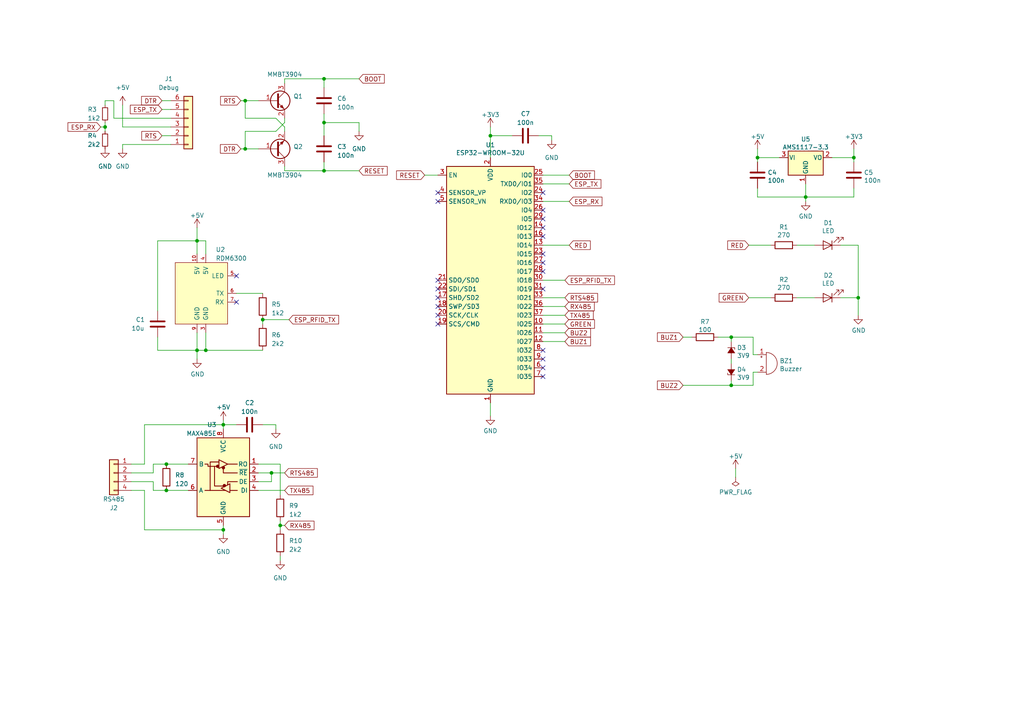
<source format=kicad_sch>
(kicad_sch (version 20230409) (generator eeschema)
  (paper "A4")
  (lib_symbols
    (symbol "+5V_1" (power) (pin_names (offset 0))
      (property "Value" "+5V" (at 0 3.556 0))
      (symbol "+5V_1_0_1"
        (polyline (pts (xy -0.762 1.27) (xy 0 2.54)))
        (polyline (pts (xy 0 0) (xy 0 2.54)))
        (polyline (pts (xy 0 2.54) (xy 0.762 1.27)))
      )
      (symbol "+5V_1_1_1"
        (pin power_in line (at 0 0 90) (length 0) hide (name "+5V") (number "1"))
      )
    )
    (symbol "C_1" (pin_numbers hide) (pin_names (offset 0.254))
      (property "Reference" "C" (at 0.635 2.54 0))
      (property "Value" "C" (at 0.635 -2.54 0))
      (symbol "C_1_0_1"
        (polyline (pts (xy -2.032 -0.762) (xy 2.032 -0.762)) (stroke (width 0.508)))
        (polyline (pts (xy -2.032 0.762) (xy 2.032 0.762)) (stroke (width 0.508)))
      )
      (symbol "C_1_1_1"
        (pin passive line (at 0 3.81 270) (length 2.794) (name "~") (number "1"))
        (pin passive line (at 0 -3.81 90) (length 2.794) (name "~") (number "2"))
      )
    )
    (symbol "C_2" (pin_numbers hide) (pin_names (offset 0.254))
      (property "Reference" "C" (at 0.635 2.54 0))
      (property "Value" "C" (at 0.635 -2.54 0))
      (symbol "C_2_0_1"
        (polyline (pts (xy -2.032 -0.762) (xy 2.032 -0.762)) (stroke (width 0.508)))
        (polyline (pts (xy -2.032 0.762) (xy 2.032 0.762)) (stroke (width 0.508)))
      )
      (symbol "C_2_1_1"
        (pin passive line (at 0 3.81 270) (length 2.794) (name "~") (number "1"))
        (pin passive line (at 0 -3.81 90) (length 2.794) (name "~") (number "2"))
      )
    )
    (symbol "C_3" (pin_numbers hide) (pin_names (offset 0.254))
      (property "Reference" "C" (at 0.635 2.54 0))
      (property "Value" "C" (at 0.635 -2.54 0))
      (symbol "C_3_0_1"
        (polyline (pts (xy -2.032 -0.762) (xy 2.032 -0.762)) (stroke (width 0.508)))
        (polyline (pts (xy -2.032 0.762) (xy 2.032 0.762)) (stroke (width 0.508)))
      )
      (symbol "C_3_1_1"
        (pin passive line (at 0 3.81 270) (length 2.794) (name "~") (number "1"))
        (pin passive line (at 0 -3.81 90) (length 2.794) (name "~") (number "2"))
      )
    )
    (symbol "C_4" (pin_numbers hide) (pin_names (offset 0.254))
      (property "Reference" "C" (at 0.635 2.54 0))
      (property "Value" "C" (at 0.635 -2.54 0))
      (symbol "C_4_0_1"
        (polyline (pts (xy -2.032 -0.762) (xy 2.032 -0.762)) (stroke (width 0.508)))
        (polyline (pts (xy -2.032 0.762) (xy 2.032 0.762)) (stroke (width 0.508)))
      )
      (symbol "C_4_1_1"
        (pin passive line (at 0 3.81 270) (length 2.794) (name "~") (number "1"))
        (pin passive line (at 0 -3.81 90) (length 2.794) (name "~") (number "2"))
      )
    )
    (symbol "Connector_Generic:Conn_01x04" (pin_names (offset 1.016) hide)
      (property "Reference" "J" (at 0 5.08 0))
      (property "Value" "Conn_01x04" (at 0 -7.62 0))
      (symbol "Conn_01x04_1_1"
        (rectangle (start -1.27 -4.953) (end 0 -5.207) (stroke (width 0.1524)))
        (rectangle (start -1.27 -2.413) (end 0 -2.667) (stroke (width 0.1524)))
        (rectangle (start -1.27 0.127) (end 0 -0.127) (stroke (width 0.1524)))
        (rectangle (start -1.27 2.667) (end 0 2.413) (stroke (width 0.1524)))
        (rectangle (start -1.27 3.81) (end 1.27 -6.35) (stroke (width 0.254)) (fill (type background)))
        (pin passive line (at -5.08 2.54 0) (length 3.81) (name "Pin_1") (number "1"))
        (pin passive line (at -5.08 0 0) (length 3.81) (name "Pin_2") (number "2"))
        (pin passive line (at -5.08 -2.54 0) (length 3.81) (name "Pin_3") (number "3"))
        (pin passive line (at -5.08 -5.08 0) (length 3.81) (name "Pin_4") (number "4"))
      )
    )
    (symbol "Connector_Generic:Conn_01x06" (pin_names (offset 1.016) hide)
      (property "Reference" "J" (at 0 7.62 0))
      (property "Value" "Conn_01x06" (at 0 -10.16 0))
      (symbol "Conn_01x06_1_1"
        (rectangle (start -1.27 -7.493) (end 0 -7.747) (stroke (width 0.1524)))
        (rectangle (start -1.27 -4.953) (end 0 -5.207) (stroke (width 0.1524)))
        (rectangle (start -1.27 -2.413) (end 0 -2.667) (stroke (width 0.1524)))
        (rectangle (start -1.27 0.127) (end 0 -0.127) (stroke (width 0.1524)))
        (rectangle (start -1.27 2.667) (end 0 2.413) (stroke (width 0.1524)))
        (rectangle (start -1.27 5.207) (end 0 4.953) (stroke (width 0.1524)))
        (rectangle (start -1.27 6.35) (end 1.27 -8.89) (stroke (width 0.254)) (fill (type background)))
        (pin passive line (at -5.08 5.08 0) (length 3.81) (name "Pin_1") (number "1"))
        (pin passive line (at -5.08 2.54 0) (length 3.81) (name "Pin_2") (number "2"))
        (pin passive line (at -5.08 0 0) (length 3.81) (name "Pin_3") (number "3"))
        (pin passive line (at -5.08 -2.54 0) (length 3.81) (name "Pin_4") (number "4"))
        (pin passive line (at -5.08 -5.08 0) (length 3.81) (name "Pin_5") (number "5"))
        (pin passive line (at -5.08 -7.62 0) (length 3.81) (name "Pin_6") (number "6"))
      )
    )
    (symbol "Device:Buzzer" (pin_names (offset 0.0254) hide)
      (property "Reference" "BZ" (at 3.81 1.27 0))
      (property "Value" "Buzzer" (at 3.81 -1.27 0))
      (symbol "Buzzer_0_1"
        (arc (start 0 -3.175) (mid 3.1612 0) (end 0 3.175))
        (polyline (pts (xy -1.651 1.905) (xy -1.143 1.905)))
        (polyline (pts (xy -1.397 2.159) (xy -1.397 1.651)))
        (polyline (pts (xy 0 3.175) (xy 0 -3.175)))
      )
      (symbol "Buzzer_1_1"
        (pin passive line (at -2.54 2.54 0) (length 2.54) (name "-") (number "1"))
        (pin passive line (at -2.54 -2.54 0) (length 2.54) (name "+") (number "2"))
      )
    )
    (symbol "Device:C" (pin_numbers hide) (pin_names (offset 0.254))
      (property "Reference" "C" (at 0.635 2.54 0))
      (property "Value" "C" (at 0.635 -2.54 0))
      (symbol "C_0_1"
        (polyline (pts (xy -2.032 -0.762) (xy 2.032 -0.762)) (stroke (width 0.508)))
        (polyline (pts (xy -2.032 0.762) (xy 2.032 0.762)) (stroke (width 0.508)))
      )
      (symbol "C_1_1"
        (pin passive line (at 0 3.81 270) (length 2.794) (name "~") (number "1"))
        (pin passive line (at 0 -3.81 90) (length 2.794) (name "~") (number "2"))
      )
    )
    (symbol "Device:D_Zener_Small_ALT" (pin_numbers hide) (pin_names (offset 0.254) hide)
      (property "Reference" "D" (at 0 2.286 0))
      (property "Value" "D_Zener_Small_ALT" (at 0 -2.286 0))
      (symbol "D_Zener_Small_ALT_0_1"
        (polyline (pts (xy 0.762 0) (xy -0.762 0)))
        (polyline (pts (xy -0.254 1.016) (xy -0.762 1.016) (xy -0.762 -1.016)))
        (polyline (pts (xy 0.762 1.016) (xy -0.762 0) (xy 0.762 -1.016) (xy 0.762 1.016)) (fill (type outline)))
      )
      (symbol "D_Zener_Small_ALT_1_1"
        (pin passive line (at -2.54 0 0) (length 1.778) (name "K") (number "1"))
        (pin passive line (at 2.54 0 180) (length 1.778) (name "A") (number "2"))
      )
    )
    (symbol "Device:LED" (pin_numbers hide) (pin_names (offset 1.016) hide)
      (property "Reference" "D" (at 0 2.54 0))
      (property "Value" "LED" (at 0 -2.54 0))
      (symbol "LED_0_1"
        (polyline (pts (xy -1.27 -1.27) (xy -1.27 1.27)) (stroke (width 0.2032)))
        (polyline (pts (xy -1.27 0) (xy 1.27 0)))
        (polyline (pts (xy 1.27 -1.27) (xy 1.27 1.27) (xy -1.27 0) (xy 1.27 -1.27)) (stroke (width 0.2032)))
        (polyline (pts (xy -3.048 -0.762) (xy -4.572 -2.286) (xy -3.81 -2.286) (xy -4.572 -2.286) (xy -4.572 -1.524)))
        (polyline (pts (xy -1.778 -0.762) (xy -3.302 -2.286) (xy -2.54 -2.286) (xy -3.302 -2.286) (xy -3.302 -1.524)))
      )
      (symbol "LED_1_1"
        (pin passive line (at -3.81 0 0) (length 2.54) (name "K") (number "1"))
        (pin passive line (at 3.81 0 180) (length 2.54) (name "A") (number "2"))
      )
    )
    (symbol "Device:R" (pin_numbers hide) (pin_names (offset 0))
      (property "Reference" "R" (at 2.032 0 90))
      (property "Value" "R" (at 0 0 90))
      (symbol "R_0_1"
        (rectangle (start -1.016 -2.54) (end 1.016 2.54) (stroke (width 0.254)))
      )
      (symbol "R_1_1"
        (pin passive line (at 0 3.81 270) (length 1.27) (name "~") (number "1"))
        (pin passive line (at 0 -3.81 90) (length 1.27) (name "~") (number "2"))
      )
    )
    (symbol "Device:R_Small" (pin_numbers hide) (pin_names (offset 0.254) hide)
      (property "Reference" "R" (at 0.762 0.508 0))
      (property "Value" "R_Small" (at 0.762 -1.016 0))
      (symbol "R_Small_0_1"
        (rectangle (start -0.762 1.778) (end 0.762 -1.778) (stroke (width 0.2032)))
      )
      (symbol "R_Small_1_1"
        (pin passive line (at 0 2.54 270) (length 0.762) (name "~") (number "1"))
        (pin passive line (at 0 -2.54 90) (length 0.762) (name "~") (number "2"))
      )
    )
    (symbol "GND_1" (power) (pin_names (offset 0))
      (property "Value" "GND" (at 0 -3.81 0))
      (symbol "GND_1_0_1"
        (polyline (pts (xy 0 0) (xy 0 -1.27) (xy 1.27 -1.27) (xy 0 -2.54) (xy -1.27 -1.27) (xy 0 -1.27)))
      )
      (symbol "GND_1_1_1"
        (pin power_in line (at 0 0 270) (length 0) hide (name "GND") (number "1"))
      )
    )
    (symbol "GND_2" (power) (pin_names (offset 0))
      (property "Value" "GND" (at 0 -3.81 0))
      (symbol "GND_2_0_1"
        (polyline (pts (xy 0 0) (xy 0 -1.27) (xy 1.27 -1.27) (xy 0 -2.54) (xy -1.27 -1.27) (xy 0 -1.27)))
      )
      (symbol "GND_2_1_1"
        (pin power_in line (at 0 0 270) (length 0) hide (name "GND") (number "1"))
      )
    )
    (symbol "GND_3" (power) (pin_names (offset 0))
      (property "Value" "GND" (at 0 -3.81 0))
      (symbol "GND_3_0_1"
        (polyline (pts (xy 0 0) (xy 0 -1.27) (xy 1.27 -1.27) (xy 0 -2.54) (xy -1.27 -1.27) (xy 0 -1.27)))
      )
      (symbol "GND_3_1_1"
        (pin power_in line (at 0 0 270) (length 0) hide (name "GND") (number "1"))
      )
    )
    (symbol "GND_4" (power) (pin_names (offset 0))
      (property "Value" "GND" (at 0 -3.81 0))
      (symbol "GND_4_0_1"
        (polyline (pts (xy 0 0) (xy 0 -1.27) (xy 1.27 -1.27) (xy 0 -2.54) (xy -1.27 -1.27) (xy 0 -1.27)))
      )
      (symbol "GND_4_1_1"
        (pin power_in line (at 0 0 270) (length 0) hide (name "GND") (number "1"))
      )
    )
    (symbol "GND_5" (power) (pin_names (offset 0))
      (property "Value" "GND" (at 0 -3.81 0))
      (symbol "GND_5_0_1"
        (polyline (pts (xy 0 0) (xy 0 -1.27) (xy 1.27 -1.27) (xy 0 -2.54) (xy -1.27 -1.27) (xy 0 -1.27)))
      )
      (symbol "GND_5_1_1"
        (pin power_in line (at 0 0 270) (length 0) hide (name "GND") (number "1"))
      )
    )
    (symbol "Interface_UART:MAX485E"
      (property "Reference" "U" (at -6.096 11.43 0))
      (property "Value" "MAX485E" (at 0.762 11.43 0))
      (symbol "MAX485E_0_1"
        (rectangle (start -7.62 10.16) (end 7.62 -12.7) (stroke (width 0.254)) (fill (type background)))
        (circle (center -0.3048 -3.683) (radius 0.3556) (stroke (width 0.254)) (fill (type outline)))
        (circle (center -0.0254 1.4986) (radius 0.3556) (stroke (width 0.254)) (fill (type outline)))
        (polyline (pts (xy -4.064 -5.08) (xy -1.905 -5.08)) (stroke (width 0.254)))
        (polyline (pts (xy -4.064 2.54) (xy -1.27 2.54)) (stroke (width 0.254)))
        (polyline (pts (xy -1.27 -3.2004) (xy -1.27 -3.4544)) (stroke (width 0.254)))
        (polyline (pts (xy -0.635 -5.08) (xy 5.334 -5.08)) (stroke (width 0.254)))
        (polyline (pts (xy -4.064 -2.54) (xy -1.27 -2.54) (xy -1.27 -3.175)) (stroke (width 0.254)))
        (polyline (pts (xy 0 1.27) (xy 0 0) (xy -4.064 0)) (stroke (width 0.254)))
        (polyline (pts (xy 1.27 3.175) (xy 3.81 3.175) (xy 3.81 -5.08)) (stroke (width 0.254)))
        (polyline (pts (xy 2.54 1.905) (xy 2.54 -3.81) (xy 0 -3.81)) (stroke (width 0.254)))
        (polyline (pts (xy -1.905 -3.175) (xy -1.905 -5.715) (xy 0.635 -4.445) (xy -1.905 -3.175)) (stroke (width 0.254)))
        (polyline (pts (xy -1.27 2.54) (xy 1.27 3.81) (xy 1.27 1.27) (xy -1.27 2.54)) (stroke (width 0.254)))
        (polyline (pts (xy 1.905 1.905) (xy 4.445 1.905) (xy 4.445 2.54) (xy 5.334 2.54)) (stroke (width 0.254)))
        (rectangle (start 1.27 3.175) (end 1.27 3.175))
        (circle (center 1.651 1.905) (radius 0.3556) (stroke (width 0.254)) (fill (type outline)))
      )
      (symbol "MAX485E_1_1"
        (pin output line (at -10.16 2.54 0) (length 2.54) (name "RO") (number "1"))
        (pin input line (at -10.16 0 0) (length 2.54) (name "~{RE}") (number "2"))
        (pin input line (at -10.16 -2.54 0) (length 2.54) (name "DE") (number "3"))
        (pin input line (at -10.16 -5.08 0) (length 2.54) (name "DI") (number "4"))
        (pin power_in line (at 0 -15.24 90) (length 2.54) (name "GND") (number "5"))
        (pin bidirectional line (at 10.16 -5.08 180) (length 2.54) (name "A") (number "6"))
        (pin bidirectional line (at 10.16 2.54 180) (length 2.54) (name "B") (number "7"))
        (pin power_in line (at 0 12.7 270) (length 2.54) (name "VCC") (number "8"))
      )
    )
    (symbol "RF_Module:ESP32-WROOM-32U"
      (property "Reference" "U" (at -12.7 34.29 0))
      (property "Value" "ESP32-WROOM-32U" (at 1.27 34.29 0))
      (symbol "ESP32-WROOM-32U_0_1"
        (rectangle (start -12.7 33.02) (end 12.7 -33.02) (stroke (width 0.254)) (fill (type background)))
      )
      (symbol "ESP32-WROOM-32U_1_1"
        (pin power_in line (at 0 -35.56 90) (length 2.54) (name "GND") (number "1"))
        (pin bidirectional line (at 15.24 -12.7 180) (length 2.54) (name "IO25") (number "10"))
        (pin bidirectional line (at 15.24 -15.24 180) (length 2.54) (name "IO26") (number "11"))
        (pin bidirectional line (at 15.24 -17.78 180) (length 2.54) (name "IO27") (number "12"))
        (pin bidirectional line (at 15.24 10.16 180) (length 2.54) (name "IO14") (number "13"))
        (pin bidirectional line (at 15.24 15.24 180) (length 2.54) (name "IO12") (number "14"))
        (pin passive line (at 0 -35.56 90) (length 2.54) hide (name "GND") (number "15"))
        (pin bidirectional line (at 15.24 12.7 180) (length 2.54) (name "IO13") (number "16"))
        (pin bidirectional line (at -15.24 -5.08 0) (length 2.54) (name "SHD/SD2") (number "17"))
        (pin bidirectional line (at -15.24 -7.62 0) (length 2.54) (name "SWP/SD3") (number "18"))
        (pin bidirectional line (at -15.24 -12.7 0) (length 2.54) (name "SCS/CMD") (number "19"))
        (pin power_in line (at 0 35.56 270) (length 2.54) (name "VDD") (number "2"))
        (pin bidirectional line (at -15.24 -10.16 0) (length 2.54) (name "SCK/CLK") (number "20"))
        (pin bidirectional line (at -15.24 0 0) (length 2.54) (name "SDO/SD0") (number "21"))
        (pin bidirectional line (at -15.24 -2.54 0) (length 2.54) (name "SDI/SD1") (number "22"))
        (pin bidirectional line (at 15.24 7.62 180) (length 2.54) (name "IO15") (number "23"))
        (pin bidirectional line (at 15.24 25.4 180) (length 2.54) (name "IO2") (number "24"))
        (pin bidirectional line (at 15.24 30.48 180) (length 2.54) (name "IO0") (number "25"))
        (pin bidirectional line (at 15.24 20.32 180) (length 2.54) (name "IO4") (number "26"))
        (pin bidirectional line (at 15.24 5.08 180) (length 2.54) (name "IO16") (number "27"))
        (pin bidirectional line (at 15.24 2.54 180) (length 2.54) (name "IO17") (number "28"))
        (pin bidirectional line (at 15.24 17.78 180) (length 2.54) (name "IO5") (number "29"))
        (pin input line (at -15.24 30.48 0) (length 2.54) (name "EN") (number "3"))
        (pin bidirectional line (at 15.24 0 180) (length 2.54) (name "IO18") (number "30"))
        (pin bidirectional line (at 15.24 -2.54 180) (length 2.54) (name "IO19") (number "31"))
        (pin no_connect line (at -12.7 -27.94 0) (length 2.54) hide (name "NC") (number "32"))
        (pin bidirectional line (at 15.24 -5.08 180) (length 2.54) (name "IO21") (number "33"))
        (pin bidirectional line (at 15.24 22.86 180) (length 2.54) (name "RXD0/IO3") (number "34"))
        (pin bidirectional line (at 15.24 27.94 180) (length 2.54) (name "TXD0/IO1") (number "35"))
        (pin bidirectional line (at 15.24 -7.62 180) (length 2.54) (name "IO22") (number "36"))
        (pin bidirectional line (at 15.24 -10.16 180) (length 2.54) (name "IO23") (number "37"))
        (pin passive line (at 0 -35.56 90) (length 2.54) hide (name "GND") (number "38"))
        (pin passive line (at 0 -35.56 90) (length 2.54) hide (name "GND") (number "39"))
        (pin input line (at -15.24 25.4 0) (length 2.54) (name "SENSOR_VP") (number "4"))
        (pin input line (at -15.24 22.86 0) (length 2.54) (name "SENSOR_VN") (number "5"))
        (pin input line (at 15.24 -25.4 180) (length 2.54) (name "IO34") (number "6"))
        (pin input line (at 15.24 -27.94 180) (length 2.54) (name "IO35") (number "7"))
        (pin bidirectional line (at 15.24 -20.32 180) (length 2.54) (name "IO32") (number "8"))
        (pin bidirectional line (at 15.24 -22.86 180) (length 2.54) (name "IO33") (number "9"))
      )
    )
    (symbol "R_1" (pin_numbers hide) (pin_names (offset 0))
      (property "Reference" "R" (at 2.032 0 90))
      (property "Value" "R" (at 0 0 90))
      (symbol "R_1_0_1"
        (rectangle (start -1.016 -2.54) (end 1.016 2.54) (stroke (width 0.254)))
      )
      (symbol "R_1_1_1"
        (pin passive line (at 0 3.81 270) (length 1.27) (name "~") (number "1"))
        (pin passive line (at 0 -3.81 90) (length 1.27) (name "~") (number "2"))
      )
    )
    (symbol "Regulator_Linear:AMS1117-3.3" (pin_names (offset 0.254))
      (property "Reference" "U" (at -3.81 3.175 0))
      (property "Value" "AMS1117-3.3" (at 0 3.175 0))
      (symbol "AMS1117-3.3_0_1"
        (rectangle (start -5.08 -5.08) (end 5.08 1.905) (stroke (width 0.254)) (fill (type background)))
      )
      (symbol "AMS1117-3.3_1_1"
        (pin power_in line (at 0 -7.62 90) (length 2.54) (name "GND") (number "1"))
        (pin power_out line (at 7.62 0 180) (length 2.54) (name "VO") (number "2"))
        (pin power_in line (at -7.62 0 0) (length 2.54) (name "VI") (number "3"))
      )
    )
    (symbol "Transistor_BJT:MMBT3904" (pin_names (offset 0) hide)
      (property "Reference" "Q" (at 5.08 1.905 0))
      (property "Value" "MMBT3904" (at 5.08 0 0))
      (symbol "MMBT3904_0_1"
        (polyline (pts (xy 0.635 0.635) (xy 2.54 2.54)))
        (polyline (pts (xy 0.635 -0.635) (xy 2.54 -2.54) (xy 2.54 -2.54)))
        (polyline (pts (xy 0.635 1.905) (xy 0.635 -1.905) (xy 0.635 -1.905)) (stroke (width 0.508)))
        (polyline (pts (xy 1.27 -1.778) (xy 1.778 -1.27) (xy 2.286 -2.286) (xy 1.27 -1.778) (xy 1.27 -1.778)) (fill (type outline)))
        (circle (center 1.27 0) (radius 2.8194) (stroke (width 0.254)))
      )
      (symbol "MMBT3904_1_1"
        (pin input line (at -5.08 0 0) (length 5.715) (name "B") (number "1"))
        (pin passive line (at 2.54 -5.08 90) (length 2.54) (name "E") (number "2"))
        (pin passive line (at 2.54 5.08 270) (length 2.54) (name "C") (number "3"))
      )
    )
    (symbol "gtrzps:RDM6300" (pin_names (offset 1.016))
      (property "Reference" "U2" (at -4.1403 12.7 0))
      (property "Value" "RDM6300" (at -4.1403 10.16 0))
      (symbol "RDM6300_0_1"
        (rectangle (start -7.62 8.89) (end 7.62 -8.89) (fill (type background)))
      )
      (symbol "RDM6300_1_1"
        (pin power_in line (at 1.27 11.43 270) (length 2.54) (name "5V") (number "10"))
        (pin power_in line (at -1.27 -11.43 90) (length 2.54) (name "GND") (number "3"))
        (pin power_in line (at -1.27 11.43 270) (length 2.54) (name "5V") (number "4"))
        (pin open_collector line (at -10.16 5.08 0) (length 2.54) (name "LED") (number "5"))
        (pin output line (at -10.16 0 0) (length 2.54) (name "TX") (number "6"))
        (pin input line (at -10.16 -2.54 0) (length 2.54) (name "RX") (number "7"))
        (pin no_connect line (at -7.62 2.54 0) (length 2.54) hide (name "NC") (number "8"))
        (pin power_in line (at 1.27 -11.43 90) (length 2.54) (name "GND") (number "9"))
      )
    )
    (symbol "power:+3.3V" (power) (pin_names (offset 0))
      (property "Value" "+3.3V" (at 0 3.556 0))
      (symbol "+3.3V_0_1"
        (polyline (pts (xy -0.762 1.27) (xy 0 2.54)))
        (polyline (pts (xy 0 0) (xy 0 2.54)))
        (polyline (pts (xy 0 2.54) (xy 0.762 1.27)))
      )
      (symbol "+3.3V_1_1"
        (pin power_in line (at 0 0 90) (length 0) hide (name "+3V3") (number "1"))
      )
    )
    (symbol "power:+3V3" (power) (pin_names (offset 0))
      (property "Value" "+3V3" (at 0 3.556 0))
      (symbol "+3V3_0_1"
        (polyline (pts (xy -0.762 1.27) (xy 0 2.54)))
        (polyline (pts (xy 0 0) (xy 0 2.54)))
        (polyline (pts (xy 0 2.54) (xy 0.762 1.27)))
      )
      (symbol "+3V3_1_1"
        (pin power_in line (at 0 0 90) (length 0) hide (name "+3V3") (number "1"))
      )
    )
    (symbol "power:+5V" (power) (pin_names (offset 0))
      (property "Value" "+5V" (at 0 3.556 0))
      (symbol "+5V_0_1"
        (polyline (pts (xy -0.762 1.27) (xy 0 2.54)))
        (polyline (pts (xy 0 0) (xy 0 2.54)))
        (polyline (pts (xy 0 2.54) (xy 0.762 1.27)))
      )
      (symbol "+5V_1_1"
        (pin power_in line (at 0 0 90) (length 0) hide (name "+5V") (number "1"))
      )
    )
    (symbol "power:GND" (power) (pin_names (offset 0))
      (property "Value" "GND" (at 0 -3.81 0))
      (symbol "GND_0_1"
        (polyline (pts (xy 0 0) (xy 0 -1.27) (xy 1.27 -1.27) (xy 0 -2.54) (xy -1.27 -1.27) (xy 0 -1.27)))
      )
      (symbol "GND_1_1"
        (pin power_in line (at 0 0 270) (length 0) hide (name "GND") (number "1"))
      )
    )
    (symbol "power:PWR_FLAG" (power) (pin_numbers hide) (pin_names (offset 0) hide)
      (property "Value" "PWR_FLAG" (at 0 3.81 0))
      (symbol "PWR_FLAG_0_0"
        (pin power_out line (at 0 0 90) (length 0) (name "pwr") (number "1"))
      )
      (symbol "PWR_FLAG_0_1"
        (polyline (pts (xy 0 0) (xy 0 1.27) (xy -1.016 1.905) (xy 0 2.54) (xy 1.016 1.905) (xy 0 1.27)))
      )
    )
  )
  (junction (at 57.15 101.6))
  (junction (at 48.26 134.62))
  (junction (at 57.15 69.85))
  (junction (at 64.77 153.67))
  (junction (at 64.77 123.19))
  (junction (at 71.12 43.18))
  (junction (at 248.92 86.36))
  (junction (at 247.65 45.72))
  (junction (at 93.98 22.86))
  (junction (at 142.24 39.37))
  (junction (at 93.98 49.53))
  (junction (at 78.74 137.16))
  (junction (at 93.98 35.56))
  (junction (at 233.68 57.15))
  (junction (at 48.26 142.24))
  (junction (at 212.09 111.76))
  (junction (at 59.69 101.6))
  (junction (at 71.12 29.21))
  (junction (at 219.71 45.72))
  (junction (at 212.09 97.79))
  (junction (at 30.48 36.83))
  (junction (at 81.28 152.4))
  (junction (at 76.2 92.71))
  (no_connect (at 157.48 60.96))
  (no_connect (at 68.58 87.63))
  (no_connect (at 157.48 101.6))
  (no_connect (at 68.58 80.01))
  (no_connect (at 157.48 68.58))
  (no_connect (at 127 55.88))
  (no_connect (at 127 58.42))
  (no_connect (at 127 81.28))
  (no_connect (at 127 83.82))
  (no_connect (at 157.48 55.88))
  (no_connect (at 157.48 66.04))
  (no_connect (at 157.48 106.68))
  (no_connect (at 157.48 109.22))
  (no_connect (at 157.48 63.5))
  (no_connect (at 127 86.36))
  (no_connect (at 127 88.9))
  (no_connect (at 127 91.44))
  (no_connect (at 127 93.98))
  (no_connect (at 157.48 73.66))
  (no_connect (at 157.48 76.2))
  (no_connect (at 157.48 78.74))
  (no_connect (at 157.48 83.82))
  (no_connect (at 157.48 104.14))
  (wire (pts (xy 41.91 142.24) (xy 41.91 153.67)))
  (wire (pts (xy 64.77 121.92) (xy 64.77 123.19)))
  (wire (pts (xy 247.65 43.18) (xy 247.65 45.72)))
  (wire (pts (xy 157.48 71.12) (xy 165.1 71.12)))
  (wire (pts (xy 57.15 69.85) (xy 45.72 69.85)))
  (wire (pts (xy 142.24 116.84) (xy 142.24 120.65)))
  (wire (pts (xy 157.48 53.34) (xy 165.1 53.34)))
  (wire (pts (xy 208.28 97.79) (xy 212.09 97.79)))
  (wire (pts (xy 74.93 142.24) (xy 82.55 142.24)))
  (wire (pts (xy 41.91 134.62) (xy 38.1 134.62)))
  (wire (pts (xy 71.12 29.21) (xy 74.93 29.21)))
  (wire (pts (xy 157.48 50.8) (xy 165.1 50.8)))
  (wire (pts (xy 142.24 39.37) (xy 148.59 39.37)))
  (wire (pts (xy 93.98 35.56) (xy 93.98 39.37)))
  (wire (pts (xy 57.15 96.52) (xy 57.15 101.6)))
  (wire (pts (xy 82.55 36.83) (xy 82.55 38.1)))
  (wire (pts (xy 157.48 99.06) (xy 163.83 99.06)))
  (wire (pts (xy 82.55 34.29) (xy 82.55 35.56)))
  (wire (pts (xy 157.48 91.44) (xy 163.83 91.44)))
  (wire (pts (xy 157.48 88.9) (xy 163.83 88.9)))
  (wire (pts (xy 35.56 36.83) (xy 49.53 36.83)))
  (wire (pts (xy 93.98 22.86) (xy 93.98 25.4)))
  (wire (pts (xy 160.02 39.37) (xy 156.21 39.37)))
  (wire (pts (xy 218.44 111.76) (xy 218.44 107.95)))
  (wire (pts (xy 157.48 81.28) (xy 163.83 81.28)))
  (wire (pts (xy 29.21 36.83) (xy 30.48 36.83)))
  (wire (pts (xy 157.48 96.52) (xy 163.83 96.52)))
  (wire (pts (xy 247.65 45.72) (xy 247.65 46.99)))
  (wire (pts (xy 78.74 139.7) (xy 74.93 139.7)))
  (wire (pts (xy 48.26 142.24) (xy 54.61 142.24)))
  (wire (pts (xy 219.71 54.61) (xy 219.71 57.15)))
  (wire (pts (xy 59.69 101.6) (xy 59.69 96.52)))
  (wire (pts (xy 123.19 50.8) (xy 127 50.8)))
  (wire (pts (xy 160.02 40.64) (xy 160.02 39.37)))
  (wire (pts (xy 80.01 38.1) (xy 82.55 35.56)))
  (wire (pts (xy 44.45 137.16) (xy 38.1 137.16)))
  (wire (pts (xy 212.09 110.49) (xy 212.09 111.76)))
  (wire (pts (xy 93.98 22.86) (xy 104.14 22.86)))
  (wire (pts (xy 157.48 86.36) (xy 163.83 86.36)))
  (wire (pts (xy 80.01 123.19) (xy 76.2 123.19)))
  (wire (pts (xy 93.98 49.53) (xy 104.14 49.53)))
  (wire (pts (xy 82.55 24.13) (xy 82.55 22.86)))
  (wire (pts (xy 233.68 57.15) (xy 247.65 57.15)))
  (wire (pts (xy 57.15 66.04) (xy 57.15 69.85)))
  (wire (pts (xy 54.61 134.62) (xy 48.26 134.62)))
  (wire (pts (xy 198.12 111.76) (xy 212.09 111.76)))
  (wire (pts (xy 59.69 101.6) (xy 76.2 101.6)))
  (wire (pts (xy 212.09 97.79) (xy 218.44 97.79)))
  (wire (pts (xy 219.71 43.18) (xy 219.71 45.72)))
  (wire (pts (xy 248.92 71.12) (xy 248.92 86.36)))
  (wire (pts (xy 45.72 97.79) (xy 45.72 101.6)))
  (wire (pts (xy 57.15 101.6) (xy 59.69 101.6)))
  (wire (pts (xy 219.71 45.72) (xy 226.06 45.72)))
  (wire (pts (xy 81.28 134.62) (xy 81.28 143.51)))
  (wire (pts (xy 241.3 45.72) (xy 247.65 45.72)))
  (wire (pts (xy 30.48 36.83) (xy 30.48 38.1)))
  (wire (pts (xy 212.09 97.79) (xy 212.09 99.06)))
  (wire (pts (xy 217.17 71.12) (xy 223.52 71.12)))
  (wire (pts (xy 44.45 142.24) (xy 48.26 142.24)))
  (wire (pts (xy 64.77 153.67) (xy 64.77 154.94)))
  (wire (pts (xy 41.91 123.19) (xy 41.91 134.62)))
  (wire (pts (xy 38.1 142.24) (xy 41.91 142.24)))
  (wire (pts (xy 46.99 29.21) (xy 49.53 29.21)))
  (wire (pts (xy 212.09 111.76) (xy 218.44 111.76)))
  (wire (pts (xy 219.71 45.72) (xy 219.71 46.99)))
  (wire (pts (xy 59.69 73.66) (xy 59.69 69.85)))
  (wire (pts (xy 80.01 38.1) (xy 71.12 38.1)))
  (wire (pts (xy 49.53 41.91) (xy 35.56 41.91)))
  (wire (pts (xy 71.12 34.29) (xy 71.12 29.21)))
  (wire (pts (xy 82.55 22.86) (xy 93.98 22.86)))
  (wire (pts (xy 69.85 29.21) (xy 71.12 29.21)))
  (wire (pts (xy 219.71 57.15) (xy 233.68 57.15)))
  (wire (pts (xy 38.1 139.7) (xy 44.45 139.7)))
  (wire (pts (xy 213.36 135.89) (xy 213.36 138.43)))
  (wire (pts (xy 93.98 46.99) (xy 93.98 49.53)))
  (wire (pts (xy 81.28 152.4) (xy 81.28 153.67)))
  (wire (pts (xy 45.72 101.6) (xy 57.15 101.6)))
  (wire (pts (xy 46.99 31.75) (xy 49.53 31.75)))
  (wire (pts (xy 57.15 69.85) (xy 57.15 73.66)))
  (wire (pts (xy 142.24 36.83) (xy 142.24 39.37)))
  (wire (pts (xy 82.55 49.53) (xy 93.98 49.53)))
  (wire (pts (xy 30.48 29.21) (xy 33.02 29.21)))
  (wire (pts (xy 218.44 97.79) (xy 218.44 102.87)))
  (wire (pts (xy 157.48 93.98) (xy 163.83 93.98)))
  (wire (pts (xy 212.09 104.14) (xy 212.09 105.41)))
  (wire (pts (xy 248.92 71.12) (xy 243.84 71.12)))
  (wire (pts (xy 248.92 86.36) (xy 248.92 91.44)))
  (wire (pts (xy 78.74 137.16) (xy 82.55 137.16)))
  (wire (pts (xy 93.98 33.02) (xy 93.98 35.56)))
  (wire (pts (xy 80.01 34.29) (xy 71.12 34.29)))
  (wire (pts (xy 44.45 134.62) (xy 44.45 137.16)))
  (wire (pts (xy 231.14 71.12) (xy 236.22 71.12)))
  (wire (pts (xy 48.26 134.62) (xy 44.45 134.62)))
  (wire (pts (xy 104.14 35.56) (xy 93.98 35.56)))
  (wire (pts (xy 45.72 69.85) (xy 45.72 90.17)))
  (wire (pts (xy 71.12 43.18) (xy 74.93 43.18)))
  (wire (pts (xy 142.24 39.37) (xy 142.24 45.72)))
  (wire (pts (xy 76.2 92.71) (xy 83.82 92.71)))
  (wire (pts (xy 30.48 29.21) (xy 30.48 30.48)))
  (wire (pts (xy 78.74 137.16) (xy 78.74 139.7)))
  (wire (pts (xy 74.93 137.16) (xy 78.74 137.16)))
  (wire (pts (xy 217.17 86.36) (xy 223.52 86.36)))
  (wire (pts (xy 68.58 85.09) (xy 76.2 85.09)))
  (wire (pts (xy 198.12 97.79) (xy 200.66 97.79)))
  (wire (pts (xy 233.68 57.15) (xy 233.68 58.42)))
  (wire (pts (xy 81.28 151.13) (xy 81.28 152.4)))
  (wire (pts (xy 35.56 41.91) (xy 35.56 43.18)))
  (wire (pts (xy 104.14 38.1) (xy 104.14 35.56)))
  (wire (pts (xy 80.01 34.29) (xy 82.55 36.83)))
  (wire (pts (xy 44.45 139.7) (xy 44.45 142.24)))
  (wire (pts (xy 218.44 107.95) (xy 219.71 107.95)))
  (wire (pts (xy 74.93 134.62) (xy 81.28 134.62)))
  (wire (pts (xy 30.48 35.56) (xy 30.48 36.83)))
  (wire (pts (xy 57.15 101.6) (xy 57.15 104.14)))
  (wire (pts (xy 59.69 69.85) (xy 57.15 69.85)))
  (wire (pts (xy 231.14 86.36) (xy 236.22 86.36)))
  (wire (pts (xy 64.77 152.4) (xy 64.77 153.67)))
  (wire (pts (xy 35.56 30.48) (xy 35.56 36.83)))
  (wire (pts (xy 64.77 123.19) (xy 64.77 124.46)))
  (wire (pts (xy 33.02 29.21) (xy 33.02 34.29)))
  (wire (pts (xy 33.02 34.29) (xy 49.53 34.29)))
  (wire (pts (xy 76.2 92.71) (xy 76.2 93.98)))
  (wire (pts (xy 64.77 123.19) (xy 41.91 123.19)))
  (wire (pts (xy 71.12 38.1) (xy 71.12 43.18)))
  (wire (pts (xy 247.65 57.15) (xy 247.65 54.61)))
  (wire (pts (xy 69.85 43.18) (xy 71.12 43.18)))
  (wire (pts (xy 218.44 102.87) (xy 219.71 102.87)))
  (wire (pts (xy 46.99 39.37) (xy 49.53 39.37)))
  (wire (pts (xy 80.01 124.46) (xy 80.01 123.19)))
  (wire (pts (xy 81.28 152.4) (xy 82.55 152.4)))
  (wire (pts (xy 157.48 58.42) (xy 165.1 58.42)))
  (wire (pts (xy 82.55 48.26) (xy 82.55 49.53)))
  (wire (pts (xy 81.28 161.29) (xy 81.28 162.56)))
  (wire (pts (xy 41.91 153.67) (xy 64.77 153.67)))
  (wire (pts (xy 243.84 86.36) (xy 248.92 86.36)))
  (wire (pts (xy 64.77 123.19) (xy 68.58 123.19)))
  (wire (pts (xy 233.68 53.34) (xy 233.68 57.15)))
  (global_label "RESET" (shape input) (at 123.19 50.8 180) (property "Intersheetrefs" "${INTERSHEET_REFS}" (effects hide)))
  (global_label "RX485" (shape input) (at 163.83 88.9 0) (property "Intersheetrefs" "${INTERSHEET_REFS}" (effects hide)))
  (global_label "ESP_RX" (shape input) (at 29.21 36.83 180) (property "Intersheetrefs" "${INTERSHEET_REFS}" (effects hide)))
  (global_label "RTS485" (shape input) (at 82.55 137.16 0) (property "Intersheetrefs" "${INTERSHEET_REFS}" (effects hide)))
  (global_label "BOOT" (shape input) (at 165.1 50.8 0) (property "Intersheetrefs" "${INTERSHEET_REFS}" (effects hide)))
  (global_label "BUZ1" (shape input) (at 163.83 99.06 0) (property "Intersheetrefs" "${INTERSHEET_REFS}" (effects hide)))
  (global_label "DTR" (shape input) (at 69.85 43.18 180) (property "Intersheetrefs" "${INTERSHEET_REFS}" (effects hide)))
  (global_label "GREEN" (shape input) (at 217.17 86.36 180) (property "Intersheetrefs" "${INTERSHEET_REFS}" (effects hide)))
  (global_label "ESP_RFID_TX" (shape input) (at 163.83 81.28 0) (property "Intersheetrefs" "${INTERSHEET_REFS}" (effects hide)))
  (global_label "RTS" (shape input) (at 46.99 39.37 180) (property "Intersheetrefs" "${INTERSHEET_REFS}" (effects hide)))
  (global_label "ESP_TX" (shape input) (at 165.1 53.34 0) (property "Intersheetrefs" "${INTERSHEET_REFS}" (effects hide)))
  (global_label "RED" (shape input) (at 217.17 71.12 180) (property "Intersheetrefs" "${INTERSHEET_REFS}" (effects hide)))
  (global_label "RESET" (shape input) (at 104.14 49.53 0) (property "Intersheetrefs" "${INTERSHEET_REFS}" (effects hide)))
  (global_label "RX485" (shape input) (at 82.55 152.4 0) (property "Intersheetrefs" "${INTERSHEET_REFS}" (effects hide)))
  (global_label "BOOT" (shape input) (at 104.14 22.86 0) (property "Intersheetrefs" "${INTERSHEET_REFS}" (effects hide)))
  (global_label "TX485" (shape input) (at 163.83 91.44 0) (property "Intersheetrefs" "${INTERSHEET_REFS}" (effects hide)))
  (global_label "ESP_RFID_TX" (shape input) (at 83.82 92.71 0) (property "Intersheetrefs" "${INTERSHEET_REFS}" (effects hide)))
  (global_label "BUZ2" (shape input) (at 198.12 111.76 180) (property "Intersheetrefs" "${INTERSHEET_REFS}" (effects hide)))
  (global_label "BUZ2" (shape input) (at 163.83 96.52 0) (property "Intersheetrefs" "${INTERSHEET_REFS}" (effects hide)))
  (global_label "RED" (shape input) (at 165.1 71.12 0) (property "Intersheetrefs" "${INTERSHEET_REFS}" (effects hide)))
  (global_label "BUZ1" (shape input) (at 198.12 97.79 180) (property "Intersheetrefs" "${INTERSHEET_REFS}" (effects hide)))
  (global_label "RTS485" (shape input) (at 163.83 86.36 0) (property "Intersheetrefs" "${INTERSHEET_REFS}" (effects hide)))
  (global_label "RTS" (shape input) (at 69.85 29.21 180) (property "Intersheetrefs" "${INTERSHEET_REFS}" (effects hide)))
  (global_label "GREEN" (shape input) (at 163.83 93.98 0) (property "Intersheetrefs" "${INTERSHEET_REFS}" (effects hide)))
  (global_label "ESP_TX" (shape input) (at 46.99 31.75 180) (property "Intersheetrefs" "${INTERSHEET_REFS}" (effects hide)))
  (global_label "DTR" (shape input) (at 46.99 29.21 180) (property "Intersheetrefs" "${INTERSHEET_REFS}" (effects hide)))
  (global_label "ESP_RX" (shape input) (at 165.1 58.42 0) (property "Intersheetrefs" "${INTERSHEET_REFS}" (effects hide)))
  (global_label "TX485" (shape input) (at 82.55 142.24 0) (property "Intersheetrefs" "${INTERSHEET_REFS}" (effects hide)))
  (symbol (lib_id "Device:LED") (at 240.03 71.12 180) (unit 1)
    (property "Reference" "D1" (at 240.2078 64.643 0))
    (property "Value" "LED" (at 240.2078 66.9544 0))
    (property "Footprint" "LED_THT:LED_D5.0mm" (effects hide))
  )
  (symbol (lib_id "Device:LED") (at 240.03 86.36 180) (unit 1)
    (property "Reference" "D2" (at 240.2078 79.883 0))
    (property "Value" "LED" (at 240.2078 82.1944 0))
    (property "Footprint" "LED_THT:LED_D5.0mm" (effects hide))
  )
  (symbol (lib_id "Device:R") (at 227.33 71.12 270) (unit 1)
    (property "Reference" "R1" (at 227.33 65.8622 90))
    (property "Value" "270" (at 227.33 68.1736 90))
    (property "Footprint" "Resistor_SMD:R_0603_1608Metric" (effects hide))
  )
  (symbol (lib_id "Device:R") (at 227.33 86.36 270) (unit 1)
    (property "Reference" "R2" (at 227.33 81.1022 90))
    (property "Value" "270" (at 227.33 83.4136 90))
    (property "Footprint" "Resistor_SMD:R_0603_1608Metric" (effects hide))
  )
  (symbol (lib_id "Device:Buzzer") (at 222.25 105.41 0) (unit 1)
    (property "Reference" "BZ1" (at 226.1108 104.6734 0) (effects (justify left)))
    (property "Value" "Buzzer" (at 226.1108 106.9848 0) (effects (justify left)))
    (property "Footprint" "Module:Buzzer_D22mm_H8mm_P10mm" (effects hide))
  )
  (symbol (lib_id "power:GND") (at 248.92 91.44 0) (unit 1)
    (property "Reference" "#PWR03" (effects hide))
    (property "Value" "GND" (at 249.047 95.8342 0))
  )
  (symbol (lib_id "power:GND") (at 57.15 104.14 0) (unit 1)
    (property "Reference" "#PWR06" (effects hide))
    (property "Value" "GND" (at 57.277 108.5342 0))
  )
  (symbol (lib_id "power:+3.3V") (at 247.65 43.18 0) (unit 1)
    (property "Reference" "#PWR017" (effects hide))
    (property "Value" "+3V3" (at 247.65 39.6326 0))
  )
  (symbol (lib_id "power:+5V") (at 213.36 135.89 0) (unit 1)
    (property "Reference" "#PWR020" (effects hide))
    (property "Value" "+5V" (at 213.36 132.3426 0))
  )
  (symbol (lib_id "Device:C") (at 45.72 93.98 0) (unit 1)
    (property "Reference" "C1" (at 39.37 92.71 0) (effects (justify left)))
    (property "Value" "10u" (at 38.1 95.25 0) (effects (justify left)))
    (property "Footprint" "Capacitor_SMD:C_0603_1608Metric" (effects hide))
  )
  (symbol (lib_id "Device:R") (at 76.2 88.9 0) (unit 1)
    (property "Reference" "R5" (at 78.74 88.265 0) (effects (justify left)))
    (property "Value" "1k2" (at 78.74 90.805 0) (effects (justify left)))
    (property "Footprint" "Resistor_SMD:R_0603_1608Metric" (effects hide))
  )
  (symbol (lib_id "Device:D_Zener_Small_ALT") (at 212.09 101.6 270) (unit 1)
    (property "Reference" "D3" (at 213.7411 100.8391 90) (effects (justify left)))
    (property "Value" "3V9" (at 213.7411 103.1378 90) (effects (justify left)))
    (property "Footprint" "Diode_SMD:D_MiniMELF" (effects hide))
  )
  (symbol (lib_id "Transistor_BJT:MMBT3904") (at 80.01 43.18 0) (mirror x) (unit 1)
    (property "Reference" "Q2" (at 85.09 42.545 0) (effects (justify left)))
    (property "Value" "MMBT3904" (at 77.47 50.8 0) (effects (justify left)))
    (property "Footprint" "Package_TO_SOT_SMD:SOT-23" (effects hide))
    (property "Datasheet" "https://www.onsemi.com/pub/Collateral/2N3903-D.PDF" (effects hide))
  )
  (symbol (lib_name "GND_5") (lib_id "power:GND") (at 81.28 162.56 0) (unit 1)
    (property "Reference" "#PWR012" (effects hide))
    (property "Value" "GND" (at 81.28 167.64 0))
  )
  (symbol (lib_name "GND_1") (lib_id "power:GND") (at 64.77 154.94 0) (unit 1)
    (property "Reference" "#PWR08" (effects hide))
    (property "Value" "GND" (at 64.77 160.02 0))
  )
  (symbol (lib_id "power:+5V") (at 35.56 30.48 0) (unit 1)
    (property "Reference" "#PWR02" (effects hide))
    (property "Value" "+5V" (at 35.56 25.4 0))
  )
  (symbol (lib_id "power:+5V") (at 219.71 43.18 0) (unit 1)
    (property "Reference" "#PWR015" (effects hide))
    (property "Value" "+5V" (at 219.71 39.6326 0))
  )
  (symbol (lib_id "Device:C") (at 247.65 50.8 0) (unit 1)
    (property "Reference" "C5" (at 250.5711 50.0391 0) (effects (justify left)))
    (property "Value" "100n" (at 250.5711 52.3378 0) (effects (justify left)))
    (property "Footprint" "Capacitor_SMD:C_0603_1608Metric" (effects hide))
  )
  (symbol (lib_id "Interface_UART:MAX485E") (at 64.77 137.16 0) (mirror y) (unit 1)
    (property "Reference" "U3" (at 62.8141 123.19 0) (effects (justify left)))
    (property "Value" "MAX485E" (at 62.8141 125.73 0) (effects (justify left)))
    (property "Footprint" "Housings_SOIC:SOIC-8_3.9x4.9mm_Pitch1.27mm" (effects hide))
    (property "Datasheet" "https://datasheets.maximintegrated.com/en/ds/MAX1487E-MAX491E.pdf" (effects hide))
  )
  (symbol (lib_id "Transistor_BJT:MMBT3904") (at 80.01 29.21 0) (unit 1)
    (property "Reference" "Q1" (at 85.09 27.94 0) (effects (justify left)))
    (property "Value" "MMBT3904" (at 77.47 21.59 0) (effects (justify left)))
    (property "Footprint" "Package_TO_SOT_SMD:SOT-23" (effects hide))
    (property "Datasheet" "https://www.onsemi.com/pub/Collateral/2N3903-D.PDF" (effects hide))
  )
  (symbol (lib_id "RF_Module:ESP32-WROOM-32U") (at 142.24 81.28 0) (unit 1)
    (property "Reference" "U1" (at 142.24 42.0328 0))
    (property "Value" "ESP32-WROOM-32U" (at 142.24 44.3315 0))
    (property "Footprint" "RF_Module:ESP32-WROOM-32U" (effects hide))
    (property "Datasheet" "https://www.espressif.com/sites/default/files/documentation/esp32-wroom-32d_esp32-wroom-32u_datasheet_en.pdf" (effects hide))
  )
  (symbol (lib_name "C_1") (lib_id "Device:C") (at 72.39 123.19 90) (unit 1)
    (property "Reference" "C2" (at 72.39 116.84 90))
    (property "Value" "100n" (at 72.39 119.38 90))
    (property "Footprint" "Capacitor_SMD:C_0603_1608Metric" (effects hide))
  )
  (symbol (lib_id "power:PWR_FLAG") (at 213.36 138.43 180) (unit 1)
    (property "Reference" "#FLG01" (effects hide))
    (property "Value" "PWR_FLAG" (at 213.36 142.7544 0))
  )
  (symbol (lib_id "Device:R") (at 81.28 157.48 0) (unit 1)
    (property "Reference" "R10" (at 83.82 156.845 0) (effects (justify left)))
    (property "Value" "2k2" (at 83.82 159.385 0) (effects (justify left)))
    (property "Footprint" "Resistor_SMD:R_0603_1608Metric" (effects hide))
  )
  (symbol (lib_id "power:GND") (at 142.24 120.65 0) (unit 1)
    (property "Reference" "#PWR0102" (effects hide))
    (property "Value" "GND" (at 142.24 124.9744 0))
  )
  (symbol (lib_name "R_1") (lib_id "Device:R") (at 48.26 138.43 0) (unit 1)
    (property "Reference" "R8" (at 50.8 137.795 0) (effects (justify left)))
    (property "Value" "120" (at 50.8 140.335 0) (effects (justify left)))
    (property "Footprint" "Resistor_SMD:R_0603_1608Metric" (effects hide))
  )
  (symbol (lib_id "Connector_Generic:Conn_01x04") (at 33.02 137.16 0) (mirror y) (unit 1)
    (property "Reference" "J2" (at 33.02 147.32 0))
    (property "Value" "RS485" (at 33.02 144.78 0))
    (property "Footprint" "Connector_JST:JST_XH_S04B-XH-A_1x04_P2.50mm_Horizontal" (effects hide))
  )
  (symbol (lib_name "GND_3") (lib_id "power:GND") (at 104.14 38.1 0) (unit 1)
    (property "Reference" "#PWR010" (effects hide))
    (property "Value" "GND" (at 104.14 43.18 0))
  )
  (symbol (lib_id "Device:R") (at 81.28 147.32 0) (unit 1)
    (property "Reference" "R9" (at 83.82 146.685 0) (effects (justify left)))
    (property "Value" "1k2" (at 83.82 149.225 0) (effects (justify left)))
    (property "Footprint" "Resistor_SMD:R_0603_1608Metric" (effects hide))
  )
  (symbol (lib_id "power:GND") (at 30.48 43.18 0) (unit 1)
    (property "Reference" "#PWR01" (effects hide))
    (property "Value" "GND" (at 30.48 48.26 0))
  )
  (symbol (lib_id "Device:R_Small") (at 30.48 33.02 0) (mirror y) (unit 1)
    (property "Reference" "R3" (at 25.4 31.7499 0) (effects (justify right)))
    (property "Value" "1k2" (at 25.4 34.2899 0) (effects (justify right)))
    (property "Footprint" "Resistor_SMD:R_0603_1608Metric" (effects hide))
  )
  (symbol (lib_name "C_2") (lib_id "Device:C") (at 93.98 43.18 0) (unit 1)
    (property "Reference" "C3" (at 97.79 42.545 0) (effects (justify left)))
    (property "Value" "100n" (at 97.79 45.085 0) (effects (justify left)))
    (property "Footprint" "Capacitor_SMD:C_0603_1608Metric" (effects hide))
  )
  (symbol (lib_name "C_3") (lib_id "Device:C") (at 93.98 29.21 0) (unit 1)
    (property "Reference" "C6" (at 97.79 28.575 0) (effects (justify left)))
    (property "Value" "100n" (at 97.79 31.115 0) (effects (justify left)))
    (property "Footprint" "Capacitor_SMD:C_0603_1608Metric" (effects hide))
  )
  (symbol (lib_id "Device:C") (at 219.71 50.8 0) (unit 1)
    (property "Reference" "C4" (at 222.6311 50.0391 0) (effects (justify left)))
    (property "Value" "100n" (at 222.6311 52.3378 0) (effects (justify left)))
    (property "Footprint" "Capacitor_SMD:C_0603_1608Metric" (effects hide))
  )
  (symbol (lib_id "power:GND") (at 233.68 58.42 0) (unit 1)
    (property "Reference" "#PWR016" (effects hide))
    (property "Value" "GND" (at 233.68 62.7444 0))
  )
  (symbol (lib_name "C_4") (lib_id "Device:C") (at 152.4 39.37 90) (unit 1)
    (property "Reference" "C7" (at 152.4 33.02 90))
    (property "Value" "100n" (at 152.4 35.56 90))
    (property "Footprint" "Capacitor_SMD:C_0603_1608Metric" (effects hide))
  )
  (symbol (lib_id "Regulator_Linear:AMS1117-3.3") (at 233.68 45.72 0) (unit 1)
    (property "Reference" "U5" (at 233.68 40.3818 0))
    (property "Value" "AMS1117-3.3" (at 233.68 42.6805 0))
    (property "Footprint" "Package_TO_SOT_SMD:SOT-223-3_TabPin2" (effects hide))
    (property "Datasheet" "http://www.advanced-monolithic.com/pdf/ds1117.pdf" (effects hide))
  )
  (symbol (lib_id "Device:R") (at 204.47 97.79 90) (unit 1)
    (property "Reference" "R7" (at 204.47 93.3408 90))
    (property "Value" "100" (at 204.47 95.6395 90))
    (property "Footprint" "Resistor_SMD:R_0603_1608Metric" (effects hide))
  )
  (symbol (lib_name "+5V_1") (lib_id "power:+5V") (at 64.77 121.92 0) (unit 1)
    (property "Reference" "#PWR07" (effects hide))
    (property "Value" "+5V" (at 64.77 118.11 0))
  )
  (symbol (lib_id "power:+3V3") (at 142.24 36.83 0) (unit 1)
    (property "Reference" "#PWR0101" (effects hide))
    (property "Value" "+3V3" (at 142.24 33.2826 0))
  )
  (symbol (lib_id "Device:R_Small") (at 30.48 40.64 0) (mirror y) (unit 1)
    (property "Reference" "R4" (at 25.4 39.3699 0) (effects (justify right)))
    (property "Value" "2k2" (at 25.4 41.9099 0) (effects (justify right)))
    (property "Footprint" "Resistor_SMD:R_0603_1608Metric" (effects hide))
  )
  (symbol (lib_id "Device:R") (at 76.2 97.79 0) (unit 1)
    (property "Reference" "R6" (at 78.74 97.155 0) (effects (justify left)))
    (property "Value" "2k2" (at 78.74 99.695 0) (effects (justify left)))
    (property "Footprint" "Resistor_SMD:R_0603_1608Metric" (effects hide))
  )
  (symbol (lib_id "power:GND") (at 35.56 43.18 0) (unit 1)
    (property "Reference" "#PWR04" (effects hide))
    (property "Value" "GND" (at 35.56 48.26 0))
  )
  (symbol (lib_id "Connector_Generic:Conn_01x06") (at 54.61 36.83 0) (mirror x) (unit 1)
    (property "Reference" "J1" (at 48.9585 22.86 0))
    (property "Value" "Debug" (at 48.9585 25.4 0))
    (property "Footprint" "Connector_PinHeader_2.54mm:PinHeader_1x06_P2.54mm_Vertical" (effects hide))
  )
  (symbol (lib_name "GND_4") (lib_id "power:GND") (at 160.02 40.64 0) (unit 1)
    (property "Reference" "#PWR011" (effects hide))
    (property "Value" "GND" (at 160.02 45.72 0))
  )
  (symbol (lib_id "power:+5V") (at 57.15 66.04 0) (unit 1)
    (property "Reference" "#PWR05" (effects hide))
    (property "Value" "+5V" (at 57.15 62.4926 0))
  )
  (symbol (lib_id "gtrzps:RDM6300") (at 58.42 85.09 0) (mirror y) (unit 1)
    (property "Reference" "U2" (at 62.5603 72.39 0) (effects (justify right)))
    (property "Value" "RDM6300" (at 62.5603 74.93 0) (effects (justify right)))
    (property "Footprint" "Module:RDM6300_B38.5x18.2mm" (effects hide))
  )
  (symbol (lib_id "Device:D_Zener_Small_ALT") (at 212.09 107.95 90) (unit 1)
    (property "Reference" "D4" (at 213.7411 107.1891 90) (effects (justify right)))
    (property "Value" "3V9" (at 213.7411 109.4878 90) (effects (justify right)))
    (property "Footprint" "Diode_SMD:D_MiniMELF" (effects hide))
  )
  (symbol (lib_name "GND_2") (lib_id "power:GND") (at 80.01 124.46 0) (unit 1)
    (property "Reference" "#PWR09" (effects hide))
    (property "Value" "GND" (at 80.01 129.54 0))
  )
)
</source>
